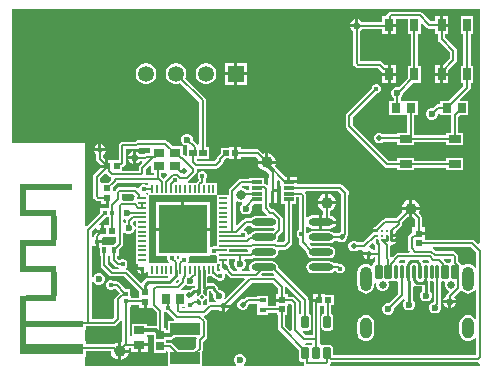
<source format=gtl>
G04*
G04 #@! TF.GenerationSoftware,Altium Limited,Altium Designer,23.9.2 (47)*
G04*
G04 Layer_Physical_Order=1*
G04 Layer_Color=255*
%FSLAX44Y44*%
%MOMM*%
G71*
G04*
G04 #@! TF.SameCoordinates,250A9CB9-7403-4FF4-BB43-A60BEB693519*
G04*
G04*
G04 #@! TF.FilePolarity,Positive*
G04*
G01*
G75*
%ADD11C,0.2000*%
%ADD15C,0.2540*%
%ADD18R,0.6500X0.2200*%
%ADD19R,0.2200X0.6500*%
%ADD21R,0.6500X0.7000*%
%ADD22R,0.9000X0.3000*%
%ADD24R,0.5400X0.6000*%
%ADD25R,0.6000X0.5400*%
G04:AMPARAMS|DCode=26|XSize=0.6mm|YSize=1.05mm|CornerRadius=0.075mm|HoleSize=0mm|Usage=FLASHONLY|Rotation=180.000|XOffset=0mm|YOffset=0mm|HoleType=Round|Shape=RoundedRectangle|*
%AMROUNDEDRECTD26*
21,1,0.6000,0.9000,0,0,180.0*
21,1,0.4500,1.0500,0,0,180.0*
1,1,0.1500,-0.2250,0.4500*
1,1,0.1500,0.2250,0.4500*
1,1,0.1500,0.2250,-0.4500*
1,1,0.1500,-0.2250,-0.4500*
%
%ADD26ROUNDEDRECTD26*%
%ADD27O,2.0500X0.6000*%
%ADD28R,0.9000X0.8000*%
%ADD29R,0.4725X0.5153*%
%ADD30R,0.5153X0.4725*%
%ADD31R,0.5000X0.4000*%
%ADD32R,0.5200X0.5200*%
%ADD33R,2.5000X1.0000*%
%ADD34R,0.6062X0.6281*%
%ADD35R,0.3627X0.4541*%
%ADD36R,0.7500X0.9000*%
%ADD37R,0.9000X0.7500*%
%ADD38R,0.4000X0.5000*%
%ADD39R,0.4541X0.3627*%
%ADD40R,0.6631X0.5955*%
G04:AMPARAMS|DCode=41|XSize=0.6mm|YSize=1.15mm|CornerRadius=0.075mm|HoleSize=0mm|Usage=FLASHONLY|Rotation=0.000|XOffset=0mm|YOffset=0mm|HoleType=Round|Shape=RoundedRectangle|*
%AMROUNDEDRECTD41*
21,1,0.6000,1.0000,0,0,0.0*
21,1,0.4500,1.1500,0,0,0.0*
1,1,0.1500,0.2250,-0.5000*
1,1,0.1500,-0.2250,-0.5000*
1,1,0.1500,-0.2250,0.5000*
1,1,0.1500,0.2250,0.5000*
%
%ADD41ROUNDEDRECTD41*%
G04:AMPARAMS|DCode=42|XSize=0.3mm|YSize=1.15mm|CornerRadius=0.0375mm|HoleSize=0mm|Usage=FLASHONLY|Rotation=0.000|XOffset=0mm|YOffset=0mm|HoleType=Round|Shape=RoundedRectangle|*
%AMROUNDEDRECTD42*
21,1,0.3000,1.0750,0,0,0.0*
21,1,0.2250,1.1500,0,0,0.0*
1,1,0.0750,0.1125,-0.5375*
1,1,0.0750,-0.1125,-0.5375*
1,1,0.0750,-0.1125,0.5375*
1,1,0.0750,0.1125,0.5375*
%
%ADD42ROUNDEDRECTD42*%
%ADD43R,1.0500X0.6500*%
%ADD44C,0.2500*%
%ADD45R,0.6500X1.0500*%
%ADD46R,0.7581X0.8121*%
%ADD63R,1.3500X1.3500*%
%ADD64C,1.3500*%
%ADD73C,0.3500*%
%ADD74C,0.2880*%
%ADD75C,0.2880*%
%ADD76P,0.4950X4X270.0*%
%ADD77R,4.1000X4.1000*%
%ADD78R,0.2500X1.6500*%
%ADD79R,3.9400X0.5000*%
%ADD80R,0.5000X2.7000*%
%ADD81R,2.6400X0.5000*%
%ADD82R,0.5000X2.0000*%
%ADD83R,4.9000X0.5000*%
%ADD84R,0.5000X5.0000*%
%ADD85R,4.9000X0.9000*%
%ADD86C,0.2389*%
%ADD87C,0.3677*%
%ADD88C,0.6000*%
%ADD89C,0.5000*%
%ADD90C,0.4000*%
%ADD91C,1.0000*%
%ADD92O,1.0000X1.8000*%
%ADD93C,0.6500*%
%ADD94O,1.0000X2.1000*%
%ADD95C,0.8000*%
G36*
X119960Y182749D02*
X116324D01*
X116324Y182749D01*
X115153Y182516D01*
X114574Y182129D01*
X111410D01*
X111377Y182208D01*
X109818Y183767D01*
X107950Y184540D01*
Y179070D01*
Y173600D01*
X109818Y174373D01*
X111377Y175932D01*
X111410Y176011D01*
X112594D01*
X113080Y174838D01*
X110867Y172625D01*
X110204Y171633D01*
X109971Y170462D01*
X109971Y170462D01*
Y168072D01*
X96084D01*
Y170763D01*
X96173Y170781D01*
X97165Y171444D01*
X98336Y172615D01*
X98336Y172615D01*
X99000Y173608D01*
X99232Y174778D01*
X99232Y174778D01*
Y186426D01*
X108106D01*
X108106Y186426D01*
X109277Y186659D01*
X110269Y187322D01*
X110389Y187441D01*
X119960D01*
Y182749D01*
D02*
G37*
G36*
X398780Y106315D02*
X397607Y105829D01*
X394673Y108763D01*
X393680Y109426D01*
X392510Y109659D01*
X392510Y109659D01*
X352813D01*
Y113110D01*
X347243D01*
Y115650D01*
X352813D01*
Y120060D01*
X350301D01*
Y127753D01*
X350301Y127753D01*
X350068Y128924D01*
X349405Y129916D01*
X349405Y129916D01*
X347004Y132318D01*
X347386Y132980D01*
X347826Y134620D01*
X341630D01*
Y128424D01*
X342116Y128554D01*
X344184Y126487D01*
Y120060D01*
X341671D01*
Y115482D01*
X340806Y114904D01*
X340806Y114904D01*
X339049Y113146D01*
X338386Y112154D01*
X338153Y110983D01*
X338153Y110983D01*
Y102217D01*
X338153Y102217D01*
X338386Y101046D01*
X339049Y100054D01*
X339536Y99566D01*
X339050Y98393D01*
X329807D01*
X329806Y98393D01*
X328636Y98160D01*
X327644Y97497D01*
X327643Y97497D01*
X325034Y94887D01*
X324323Y94816D01*
X323348Y94998D01*
X323099Y95247D01*
Y104067D01*
X323237Y104934D01*
X324325Y105240D01*
X324794D01*
X326187Y105817D01*
X327253Y106883D01*
X327616Y107760D01*
X324040D01*
Y110300D01*
X327616D01*
X327374Y110885D01*
Y111175D01*
X327616Y111760D01*
X324040D01*
Y114300D01*
X327616D01*
X327374Y114885D01*
Y115175D01*
X327830Y116276D01*
Y116494D01*
X332248Y120913D01*
X332248Y120913D01*
X332911Y121905D01*
X333144Y123075D01*
X333144Y123076D01*
Y124345D01*
X333144Y124346D01*
X333144Y124346D01*
Y124348D01*
X337615Y128820D01*
X339090Y128424D01*
Y134620D01*
X332894D01*
X333289Y133145D01*
X327923Y127778D01*
X327749Y127519D01*
X318770D01*
X318770Y127519D01*
X317600Y127286D01*
X316607Y126623D01*
X310463Y120479D01*
X309893Y120243D01*
X308827Y119177D01*
X308464Y118300D01*
X312040D01*
Y116280D01*
X311394D01*
X310932Y116089D01*
X309880D01*
X309880Y116089D01*
X308709Y115856D01*
X308565Y115760D01*
X308464D01*
X308486Y115707D01*
X307717Y115193D01*
X307717Y115193D01*
X299723Y107199D01*
X295405D01*
X294649Y107955D01*
X292995Y108640D01*
X291205D01*
X289551Y107955D01*
X288285Y106689D01*
X287600Y105035D01*
Y103245D01*
X288285Y101591D01*
X289551Y100325D01*
X291205Y99640D01*
X292995D01*
X294649Y100325D01*
X295405Y101081D01*
X299333D01*
X300182Y99811D01*
X299871Y99060D01*
X304800D01*
Y97790D01*
X306070D01*
Y92861D01*
X307655Y93517D01*
X308869Y94731D01*
X310381D01*
Y90388D01*
X309906Y90294D01*
X308818Y89567D01*
X308091Y88479D01*
X307988Y87959D01*
X306593Y87428D01*
X305770Y88059D01*
X304067Y88765D01*
X302240Y89005D01*
X300413Y88765D01*
X298710Y88059D01*
X297248Y86937D01*
X296126Y85475D01*
X295420Y83772D01*
X295180Y81945D01*
Y70945D01*
X295420Y69117D01*
X296126Y67415D01*
X297248Y65952D01*
X298710Y64830D01*
X300413Y64125D01*
X302240Y63885D01*
X304067Y64125D01*
X305770Y64830D01*
X307233Y65952D01*
X308355Y67415D01*
X309060Y69117D01*
X309301Y70945D01*
Y72350D01*
X310431Y73249D01*
X311290Y72489D01*
Y70401D01*
X312089Y68471D01*
X313566Y66994D01*
X315496Y66195D01*
X317584D01*
X319514Y66994D01*
X320991Y68471D01*
X321790Y70401D01*
Y72489D01*
X321440Y73335D01*
X322145Y74391D01*
X323690D01*
X324763Y74605D01*
X325309Y74970D01*
X325888Y74583D01*
X326815Y74398D01*
X329065D01*
X329881Y73728D01*
Y63697D01*
X321984Y55800D01*
X320315D01*
X318478Y55039D01*
X317071Y53632D01*
X316310Y51795D01*
Y49805D01*
X317071Y47968D01*
X318478Y46561D01*
X320315Y45800D01*
X322305D01*
X324142Y46561D01*
X325549Y47968D01*
X326310Y49805D01*
Y51474D01*
X333996Y59160D01*
X335341Y58709D01*
X335436Y58028D01*
X334851Y57442D01*
X334090Y55605D01*
Y53615D01*
X334851Y51778D01*
X336258Y50371D01*
X338095Y49610D01*
X340085D01*
X341922Y50371D01*
X343329Y51778D01*
X344090Y53615D01*
Y55605D01*
X343329Y57442D01*
X342347Y58424D01*
Y69878D01*
X343617Y70557D01*
X344090Y70241D01*
X345336Y69993D01*
X349803D01*
Y66044D01*
X348821Y65062D01*
X348060Y63225D01*
Y61235D01*
X348821Y59398D01*
X350228Y57991D01*
X352065Y57230D01*
X354055D01*
X355892Y57991D01*
X357299Y59398D01*
X358060Y61235D01*
Y63225D01*
X357299Y65062D01*
X356317Y66044D01*
Y73990D01*
X356815Y74398D01*
X359065D01*
X359881Y73729D01*
Y57070D01*
X359685D01*
X357848Y56309D01*
X356441Y54902D01*
X355680Y53065D01*
Y51075D01*
X356441Y49238D01*
X357848Y47831D01*
X359685Y47070D01*
X361675D01*
X363512Y47831D01*
X364919Y49238D01*
X365680Y51075D01*
Y53065D01*
X365412Y53712D01*
X365766Y54242D01*
X365999Y55413D01*
X365999Y55413D01*
Y73333D01*
X367190Y74391D01*
X368735D01*
X369440Y73335D01*
X369090Y72489D01*
Y70401D01*
X369889Y68471D01*
X371366Y66994D01*
X372243Y66631D01*
X372541Y65133D01*
X371212Y63804D01*
X370549Y62811D01*
X370367Y61898D01*
X370242Y61847D01*
X368683Y60288D01*
X367910Y58420D01*
X378850D01*
X378077Y60288D01*
X377212Y61153D01*
X382032Y65972D01*
X383648Y65952D01*
X385110Y64830D01*
X386813Y64125D01*
X388640Y63885D01*
X390468Y64125D01*
X392170Y64830D01*
X393633Y65952D01*
X394451Y67019D01*
X395721Y66588D01*
Y43002D01*
X394451Y42571D01*
X393633Y43637D01*
X392170Y44759D01*
X390468Y45465D01*
X388640Y45705D01*
X386813Y45465D01*
X385110Y44759D01*
X383648Y43637D01*
X382526Y42175D01*
X381820Y40472D01*
X381580Y38645D01*
Y30645D01*
X381820Y28818D01*
X382526Y27115D01*
X383648Y25653D01*
X385110Y24531D01*
X386813Y23825D01*
X388640Y23585D01*
X390468Y23825D01*
X392170Y24531D01*
X393633Y25653D01*
X394451Y26719D01*
X395721Y26288D01*
Y11709D01*
X274904D01*
Y17920D01*
X274690Y18993D01*
X274083Y19902D01*
X273173Y20510D01*
X272100Y20724D01*
X267600D01*
X266527Y20510D01*
X266407Y20430D01*
X264972Y20292D01*
X263884Y21019D01*
X263409Y21113D01*
Y25400D01*
Y53518D01*
X267121D01*
Y47129D01*
X266527Y47011D01*
X265618Y46403D01*
X265010Y45493D01*
X264796Y44420D01*
Y35420D01*
X265010Y34347D01*
X265618Y33438D01*
X266527Y32830D01*
X267600Y32616D01*
X272100D01*
X273173Y32830D01*
X274083Y33438D01*
X274690Y34347D01*
X274904Y35420D01*
Y44420D01*
X274690Y45493D01*
X274083Y46403D01*
X273239Y46967D01*
Y54058D01*
X275087D01*
Y62782D01*
X268055D01*
Y63322D01*
X264209D01*
Y58420D01*
X262939D01*
Y57150D01*
X257511D01*
X257292Y56046D01*
X257292Y56046D01*
Y28459D01*
X251457D01*
X248548Y31368D01*
X249095Y32616D01*
X253100D01*
X254173Y32830D01*
X255083Y33438D01*
X255691Y34347D01*
X255904Y35420D01*
Y44420D01*
X255691Y45493D01*
X255083Y46403D01*
X254173Y47011D01*
X253909Y47063D01*
Y58540D01*
X253676Y59710D01*
X253013Y60703D01*
X253013Y60703D01*
X228000Y85716D01*
X228128Y86360D01*
X227740Y88311D01*
X226635Y89965D01*
X224981Y91070D01*
X223030Y91458D01*
X208530D01*
X206579Y91070D01*
X204925Y89965D01*
X203820Y88311D01*
X203432Y86360D01*
X203820Y84409D01*
X203967Y84189D01*
X203369Y83069D01*
X197887D01*
X197634Y84339D01*
X198412Y84661D01*
X199819Y86068D01*
X200580Y87905D01*
Y89895D01*
X199819Y91732D01*
X199444Y92107D01*
X199970Y93377D01*
X204824D01*
X204824Y93377D01*
X205994Y93610D01*
X206982Y94270D01*
X208530Y93962D01*
X223030D01*
X224981Y94350D01*
X226635Y95455D01*
X227740Y97109D01*
X228128Y99060D01*
X227979Y99811D01*
X229021Y101081D01*
X233680D01*
X233680Y101081D01*
X234851Y101314D01*
X235843Y101977D01*
X239183Y105317D01*
X239846Y106310D01*
X240079Y107480D01*
Y140130D01*
X243520D01*
Y145571D01*
X245861D01*
Y117889D01*
X245384Y117691D01*
X244259Y116566D01*
X243650Y115096D01*
Y113504D01*
X244259Y112034D01*
X245384Y110909D01*
X245861Y110711D01*
Y107170D01*
X245861Y107170D01*
X246094Y105999D01*
X246757Y105007D01*
X252060Y99704D01*
X251932Y99060D01*
X252320Y97109D01*
X253425Y95455D01*
X255079Y94350D01*
X257030Y93962D01*
X271530D01*
X273481Y94350D01*
X275135Y95455D01*
X276240Y97109D01*
X276628Y99060D01*
X276240Y101011D01*
X275135Y102665D01*
X273481Y103770D01*
X271530Y104158D01*
X257030D01*
X256386Y104030D01*
X254810Y105605D01*
X255108Y106973D01*
X255182Y107030D01*
X257030Y106662D01*
X271530D01*
X273481Y107050D01*
X275135Y108155D01*
X275499Y108701D01*
X278635D01*
X279391Y107945D01*
X281045Y107260D01*
X282835D01*
X284489Y107945D01*
X285755Y109211D01*
X286440Y110865D01*
Y111934D01*
X286643Y112137D01*
X286643Y112137D01*
X287306Y113129D01*
X287539Y114300D01*
Y147549D01*
X287747Y147861D01*
X287980Y149032D01*
X287747Y150202D01*
X287085Y151194D01*
X282486Y155793D01*
X281494Y156456D01*
X280323Y156689D01*
X280323Y156689D01*
X244060D01*
Y157360D01*
X237020D01*
Y158630D01*
X235750D01*
Y162670D01*
X234306D01*
X225159Y171817D01*
X225466Y172350D01*
X225906Y173990D01*
X210974D01*
X211414Y172350D01*
X212407Y170630D01*
X213810Y169226D01*
X215530Y168234D01*
X217447Y167720D01*
X218071D01*
X220461Y165330D01*
Y161920D01*
X219730D01*
Y156520D01*
X218460Y155994D01*
X218161Y156293D01*
X217169Y156956D01*
X216520Y157085D01*
Y162130D01*
X203520D01*
Y161189D01*
X196230D01*
X195060Y160956D01*
X194067Y160293D01*
X194067Y160293D01*
X187067Y153293D01*
X186404Y152301D01*
X186171Y151130D01*
X186171Y151130D01*
Y147536D01*
X176450D01*
Y157936D01*
X167557D01*
X166889Y158750D01*
X166889Y158750D01*
Y161232D01*
X167221Y161564D01*
X167830Y163034D01*
Y164626D01*
X167221Y166096D01*
X166096Y167221D01*
X164626Y167830D01*
X163034D01*
X161564Y167221D01*
X160439Y166096D01*
X159830Y164626D01*
Y163034D01*
X160439Y161564D01*
X160732Y161271D01*
Y159978D01*
X159188Y158433D01*
X158855Y157936D01*
X151620D01*
X151495Y159206D01*
X152039Y159314D01*
X153031Y159977D01*
X158084Y165031D01*
X158748Y166023D01*
X158980Y167194D01*
X158980Y167194D01*
Y169511D01*
X158980Y169511D01*
X159103Y169661D01*
X175358D01*
X175358Y169661D01*
X176529Y169894D01*
X177521Y170557D01*
X181141Y174177D01*
X181804Y175169D01*
X182037Y176340D01*
Y176631D01*
X183924Y178518D01*
X186629D01*
Y177978D01*
X190476D01*
Y182880D01*
Y187782D01*
X186629D01*
Y187242D01*
X179598D01*
Y182843D01*
X176815Y180061D01*
X176152Y179068D01*
X175919Y177898D01*
X175919Y177898D01*
Y177607D01*
X174091Y175779D01*
X160017D01*
X159032Y176764D01*
X159058Y178034D01*
X169400D01*
Y187988D01*
X167144D01*
Y227642D01*
X166911Y228813D01*
X166248Y229805D01*
X166248Y229805D01*
X149526Y246527D01*
X149691Y246813D01*
X150287Y249038D01*
Y251342D01*
X149691Y253567D01*
X148539Y255563D01*
X146910Y257192D01*
X144915Y258344D01*
X142689Y258940D01*
X140386D01*
X138160Y258344D01*
X136165Y257192D01*
X134536Y255563D01*
X133384Y253567D01*
X132787Y251342D01*
Y249038D01*
X133384Y246813D01*
X134536Y244817D01*
X136165Y243188D01*
X138160Y242036D01*
X140386Y241440D01*
X142689D01*
X144915Y242036D01*
X145201Y242201D01*
X161026Y226375D01*
Y190482D01*
X160464Y190148D01*
X159756Y190009D01*
X156130Y193636D01*
Y195305D01*
X155369Y197142D01*
X153962Y198549D01*
X152125Y199310D01*
X150135D01*
X148298Y198549D01*
X146891Y197142D01*
X146130Y195305D01*
Y193315D01*
X146891Y191478D01*
X148298Y190071D01*
X150135Y189310D01*
X150639D01*
X150674Y189258D01*
X150640Y187988D01*
X150640D01*
Y180778D01*
X149466Y180292D01*
X148906Y180853D01*
X147914Y181516D01*
X147500Y181598D01*
Y188690D01*
X138826D01*
X134853Y192663D01*
X133861Y193326D01*
X132690Y193559D01*
X132690Y193559D01*
X109122D01*
X107951Y193326D01*
X106959Y192663D01*
X106840Y192544D01*
X96173D01*
X95003Y192311D01*
X94011Y191648D01*
X93348Y190655D01*
X93115Y189485D01*
Y177868D01*
X93084Y176665D01*
X92788Y176607D01*
X88424D01*
Y177146D01*
X84453D01*
Y171607D01*
X83183D01*
Y170336D01*
X77888D01*
X72421Y164869D01*
X71758Y163877D01*
X71525Y162707D01*
X71525Y162706D01*
Y146207D01*
X71525Y146207D01*
X71758Y145036D01*
X72421Y144044D01*
X73691Y142774D01*
X73691Y142774D01*
X74683Y142111D01*
X75854Y141878D01*
X75854Y141878D01*
X77731D01*
Y139697D01*
X82001D01*
Y144937D01*
X84541D01*
Y139221D01*
X84728Y138993D01*
X84728Y138993D01*
Y136050D01*
X77430D01*
Y132292D01*
X66040Y120902D01*
X64770Y121428D01*
Y191770D01*
X2540D01*
Y304800D01*
X398780D01*
Y106315D01*
D02*
G37*
G36*
X120500Y171947D02*
Y165690D01*
X123160D01*
Y164072D01*
X116630D01*
X116591Y164099D01*
X115957Y165047D01*
X115884Y165342D01*
X116089Y166370D01*
Y169195D01*
X119327Y172433D01*
X120500Y171947D01*
D02*
G37*
G36*
X133500Y165690D02*
X133961Y165150D01*
X134389Y164115D01*
X131219Y160944D01*
X129277Y162886D01*
Y165690D01*
X133500D01*
D02*
G37*
G36*
X85554Y162850D02*
X85554Y162850D01*
X86348Y162320D01*
X86696Y161188D01*
X86737Y160913D01*
X86164Y160055D01*
X83945Y157837D01*
X78271D01*
X77642Y158846D01*
Y161439D01*
X81471Y165268D01*
X82721Y165684D01*
X85554Y162850D01*
D02*
G37*
G36*
X118250Y157936D02*
Y155459D01*
X116898D01*
X116566Y155791D01*
X115096Y156400D01*
X113504D01*
X112034Y155791D01*
X110909Y154666D01*
X110428Y153504D01*
X109127Y153009D01*
X108843Y153293D01*
X107851Y153956D01*
X106680Y154189D01*
X106680Y154189D01*
X93980D01*
X93980Y154189D01*
X92809Y153956D01*
X91817Y153293D01*
X91817Y153293D01*
X90547Y152023D01*
X89884Y151031D01*
X88610Y151138D01*
X88271Y151332D01*
Y153511D01*
X91063Y156302D01*
X91063Y156302D01*
X91636Y157160D01*
X92430Y157954D01*
X116987D01*
X118250Y157936D01*
D02*
G37*
G36*
X203520Y151189D02*
X201466D01*
X200249Y152407D01*
X198211Y153251D01*
X197833Y153973D01*
X197634Y154590D01*
X198000Y155071D01*
X203520D01*
Y151189D01*
D02*
G37*
G36*
X118250Y148980D02*
Y147536D01*
X117118D01*
X116593Y148806D01*
X116980Y149192D01*
X118250Y148980D01*
D02*
G37*
G36*
X106948Y146536D02*
X106394Y145707D01*
X106385Y145662D01*
X106348Y145607D01*
X106115Y144436D01*
X106213Y143944D01*
X105332Y142674D01*
X96816D01*
X95769Y143917D01*
Y148071D01*
X105413D01*
X106948Y146536D01*
D02*
G37*
G36*
X99261Y126580D02*
X99157Y125884D01*
X99056Y125380D01*
X99057Y125380D01*
Y124242D01*
X98394Y123783D01*
X97124Y124396D01*
Y126621D01*
X98389Y127467D01*
X99261Y126580D01*
D02*
G37*
G36*
X195657Y141320D02*
X197385D01*
X197715Y140430D01*
X197749Y140050D01*
X196421Y138722D01*
X195660Y136885D01*
Y134895D01*
X196421Y133058D01*
X197828Y131651D01*
X199665Y130890D01*
X201655D01*
X203492Y131651D01*
X204899Y133058D01*
X205660Y134895D01*
Y136885D01*
X205350Y137634D01*
X207846Y140130D01*
X214461D01*
Y136240D01*
X214461Y136240D01*
X214694Y135069D01*
X215357Y134077D01*
X218606Y130828D01*
X218080Y129558D01*
X208530D01*
X206579Y129170D01*
X204925Y128065D01*
X204561Y127519D01*
X200660D01*
X199489Y127286D01*
X198497Y126623D01*
X193462Y121588D01*
X192289Y122074D01*
Y141737D01*
X193559Y142189D01*
X195657Y141320D01*
D02*
G37*
G36*
X148620Y119706D02*
X150505D01*
X150350Y119331D01*
Y117541D01*
X150505Y117166D01*
X144196D01*
X144351Y117541D01*
Y119331D01*
X144196Y119706D01*
X146080D01*
Y121591D01*
X146455Y121436D01*
X148245D01*
X148620Y121591D01*
Y119706D01*
D02*
G37*
G36*
X107850Y120423D02*
X106600Y120375D01*
X105839Y122212D01*
X105174Y122877D01*
Y124113D01*
X106338Y125277D01*
X107850D01*
Y120423D01*
D02*
G37*
G36*
X281421Y148206D02*
Y116260D01*
X281045D01*
X279391Y115575D01*
X278635Y114819D01*
X275499D01*
X275135Y115365D01*
X273481Y116470D01*
X271530Y116858D01*
X257030D01*
X255079Y116470D01*
X253425Y115365D01*
X253249Y115101D01*
X251979Y115486D01*
Y119936D01*
X253249Y120323D01*
X254868Y119241D01*
X257030Y118812D01*
X263010D01*
Y124460D01*
Y130108D01*
X257030D01*
X254868Y129679D01*
X253249Y128596D01*
X251979Y128984D01*
Y147320D01*
X251746Y148490D01*
X251204Y149301D01*
X251566Y150571D01*
X279056D01*
X281421Y148206D01*
D02*
G37*
G36*
X84571Y121811D02*
X80744D01*
Y116671D01*
X79474D01*
Y115401D01*
X73878D01*
X72882Y114405D01*
X72219Y113413D01*
X71999Y112305D01*
X71974Y112234D01*
X71639Y112028D01*
X70369Y112739D01*
Y116579D01*
X73160Y119370D01*
X74334Y118884D01*
Y117941D01*
X78204D01*
Y121811D01*
X77260D01*
X76774Y122984D01*
X82213Y128423D01*
X84571D01*
Y121811D01*
D02*
G37*
G36*
X204925Y120855D02*
X206579Y119750D01*
X208530Y119362D01*
X223030D01*
X224701Y119694D01*
X224835Y119624D01*
X225214Y118270D01*
X223674Y116730D01*
X223030Y116858D01*
X208530D01*
X206579Y116470D01*
X204925Y115365D01*
X204070Y114084D01*
X203491Y113969D01*
X203390Y113902D01*
X202947Y114017D01*
X202007Y114505D01*
X201511Y115702D01*
X200386Y116827D01*
X199511Y117189D01*
X199135Y118610D01*
X201927Y121401D01*
X204561D01*
X204925Y120855D01*
D02*
G37*
G36*
X107850Y118337D02*
Y113336D01*
Y101336D01*
Y89336D01*
X109060D01*
X109586Y88066D01*
X109181Y87662D01*
X108642Y86360D01*
X113030D01*
Y85090D01*
X114300D01*
Y80702D01*
X115602Y81241D01*
X116879Y82518D01*
X116980Y82763D01*
X118250Y82510D01*
Y78936D01*
X134483D01*
X135000Y77752D01*
X134387Y76994D01*
X118110D01*
X116834Y76740D01*
X115752Y76017D01*
X113212Y73478D01*
X113197Y73454D01*
X111562Y73293D01*
X101256Y83599D01*
X100263Y84262D01*
X99309Y84452D01*
X99166Y84702D01*
X99032Y85085D01*
X98962Y85765D01*
X99831Y86634D01*
X100440Y88104D01*
Y89696D01*
X99831Y91166D01*
X98706Y92291D01*
X97236Y92900D01*
X95644D01*
X94296Y92341D01*
X93674D01*
X91992Y94024D01*
Y95895D01*
X92934D01*
Y100569D01*
X96228Y103864D01*
X96891Y104856D01*
X97124Y106026D01*
X97124Y106027D01*
Y114989D01*
X98394Y115515D01*
X98768Y115141D01*
X100605Y114380D01*
X102595D01*
X104432Y115141D01*
X105839Y116548D01*
X106600Y118385D01*
X107850Y118337D01*
D02*
G37*
G36*
X229980Y158344D02*
Y154590D01*
X230520D01*
Y150130D01*
Y140130D01*
X233961D01*
Y108747D01*
X232413Y107199D01*
X227702D01*
X227678Y107223D01*
X227515Y107332D01*
X227188Y108982D01*
X227740Y109809D01*
X228128Y111760D01*
X228000Y112404D01*
X231193Y115597D01*
X231193Y115597D01*
X231856Y116589D01*
X232089Y117760D01*
X232089Y117760D01*
Y126945D01*
X231856Y128116D01*
X231193Y129108D01*
X231193Y129108D01*
X230763Y129538D01*
X230763Y129538D01*
X230763Y129538D01*
X225790Y134512D01*
X224797Y135175D01*
X223627Y135408D01*
X223626Y135408D01*
X222678D01*
X220579Y137507D01*
Y140340D01*
X222250D01*
Y151130D01*
X223520D01*
Y152400D01*
X227310D01*
Y159355D01*
X228483Y159841D01*
X229980Y158344D01*
D02*
G37*
G36*
X91006Y107294D02*
X88608Y104895D01*
X79953D01*
X79105Y106165D01*
X79318Y106680D01*
X76200D01*
Y103213D01*
X76934Y102723D01*
Y95895D01*
X77875D01*
Y87787D01*
X77875Y87787D01*
X78108Y86616D01*
X78771Y85624D01*
X85121Y79274D01*
X85121Y79274D01*
X86113Y78611D01*
X87283Y78378D01*
X97826D01*
X110539Y65665D01*
Y62751D01*
X109999D01*
Y60473D01*
X103608D01*
Y62225D01*
X103068D01*
Y67771D01*
X99309D01*
X93797Y73283D01*
X92805Y73946D01*
X91634Y74179D01*
X91634Y74179D01*
X88958D01*
X88626Y74511D01*
X87156Y75120D01*
X85564D01*
X84094Y74511D01*
X82969Y73386D01*
X82360Y71916D01*
Y70324D01*
X82969Y68854D01*
X84094Y67729D01*
X85564Y67120D01*
X87156D01*
X88626Y67729D01*
X88958Y68061D01*
X90367D01*
X93808Y64620D01*
X90435Y61248D01*
X89772Y60256D01*
X89539Y59085D01*
X89539Y59085D01*
Y44027D01*
X87731Y42219D01*
X70369D01*
Y73893D01*
X71639Y74146D01*
X71961Y73368D01*
X73368Y71961D01*
X75205Y71200D01*
X77195D01*
X79032Y71961D01*
X80439Y73368D01*
X81200Y75205D01*
Y77195D01*
X80439Y79032D01*
X79032Y80439D01*
X77195Y81200D01*
X75205D01*
X73368Y80439D01*
X71961Y79032D01*
X71639Y78254D01*
X70369Y78506D01*
Y104295D01*
X71639Y104821D01*
X72358Y104101D01*
X73660Y103562D01*
Y107950D01*
X74930D01*
Y109220D01*
X79318D01*
X78887Y110261D01*
X79264Y111144D01*
X79566Y111531D01*
X84614D01*
Y112071D01*
X91006D01*
Y107294D01*
D02*
G37*
G36*
X176350Y141336D02*
Y129336D01*
Y117336D01*
Y105056D01*
X175080Y104208D01*
X174786Y104330D01*
X173194D01*
X171724Y103721D01*
X171660Y103657D01*
X170390Y104183D01*
Y117166D01*
X159195D01*
X159351Y117541D01*
Y119331D01*
X159195Y119706D01*
X170390D01*
Y141476D01*
X148620D01*
Y130281D01*
X148245Y130437D01*
X146455D01*
X146080Y130281D01*
Y141476D01*
X124310D01*
Y119706D01*
X135505D01*
X135350Y119331D01*
Y117541D01*
X135505Y117166D01*
X124310D01*
Y95396D01*
X133820D01*
X134264Y94732D01*
Y93140D01*
X134873Y91670D01*
X135837Y90706D01*
X135700Y89945D01*
X135447Y89436D01*
X118350D01*
Y101336D01*
Y113336D01*
Y125336D01*
Y137336D01*
Y147436D01*
X176350D01*
Y141336D01*
D02*
G37*
G36*
X308915Y105943D02*
X308960Y105715D01*
X309683Y104634D01*
X310381Y104167D01*
Y100849D01*
X308869D01*
X307655Y102063D01*
X305802Y102830D01*
X305665D01*
X305179Y104003D01*
X307537Y106361D01*
X308915Y105943D01*
D02*
G37*
G36*
X202847Y100187D02*
X202508Y99495D01*
X186850D01*
Y101377D01*
X202050D01*
X202847Y100187D01*
D02*
G37*
G36*
X144497Y94508D02*
X144147Y93372D01*
X143375Y93139D01*
X142935Y93177D01*
X142263Y93848D01*
Y94732D01*
X142708Y95396D01*
X143842D01*
X144497Y94508D01*
D02*
G37*
G36*
X355591Y91718D02*
X355641Y91072D01*
X355396Y90199D01*
X354733Y89859D01*
X354065Y89991D01*
X351815D01*
X350888Y89807D01*
X350728Y89874D01*
X350644Y90295D01*
X350169Y91006D01*
X350667Y92276D01*
X355033D01*
X355591Y91718D01*
D02*
G37*
G36*
X335711Y91006D02*
X335236Y90295D01*
X335152Y89874D01*
X334992Y89807D01*
X334065Y89991D01*
X331815D01*
X330888Y89807D01*
X330551Y90111D01*
X330504Y91706D01*
X331073Y92276D01*
X335213D01*
X335711Y91006D01*
D02*
G37*
G36*
X374381Y90388D02*
X373906Y90294D01*
X372954Y89658D01*
X372763Y89785D01*
X371690Y89999D01*
X370294D01*
X370266Y90138D01*
X369603Y91131D01*
X368446Y92288D01*
X368932Y93461D01*
X374381D01*
Y90388D01*
D02*
G37*
G36*
X171724Y96939D02*
X173194Y96330D01*
X174786D01*
X175080Y96452D01*
X176350Y95604D01*
Y89436D01*
X152633D01*
X152090Y90706D01*
X152590Y91914D01*
Y93506D01*
X152333Y94126D01*
X153182Y95396D01*
X170390D01*
Y96477D01*
X171660Y97003D01*
X171724Y96939D01*
D02*
G37*
G36*
X395721Y99063D02*
Y86302D01*
X394451Y85871D01*
X393633Y86937D01*
X392170Y88059D01*
X390468Y88765D01*
X388640Y89005D01*
X386813Y88765D01*
X385110Y88059D01*
X384786Y87811D01*
X383510Y88164D01*
X383341Y88303D01*
X382753Y89183D01*
X380499Y91437D01*
Y95348D01*
X380499Y95348D01*
X380266Y96519D01*
X379603Y97511D01*
X379603Y97511D01*
X378431Y98683D01*
X377439Y99346D01*
X376268Y99579D01*
X376268Y99579D01*
X362039D01*
X360086Y101531D01*
X359094Y102194D01*
X358706Y102271D01*
X358831Y103541D01*
X391243D01*
X395721Y99063D01*
D02*
G37*
G36*
X85875Y92757D02*
X85875Y92757D01*
X86108Y91586D01*
X86771Y90594D01*
X90244Y87120D01*
X90244Y87120D01*
X91237Y86457D01*
X92407Y86224D01*
X92408Y86224D01*
X92784D01*
X93152Y85765D01*
X92542Y84495D01*
X88551D01*
X83992Y89053D01*
Y95895D01*
X85875D01*
Y92757D01*
D02*
G37*
G36*
X191716Y92107D02*
X191341Y91732D01*
X190580Y89895D01*
Y87905D01*
X191341Y86068D01*
X192748Y84661D01*
X193526Y84339D01*
X193274Y83069D01*
X190497D01*
X187380Y86186D01*
Y87255D01*
X187016Y88135D01*
X186850Y89336D01*
X186850Y89336D01*
X186850Y89336D01*
Y93377D01*
X191190D01*
X191716Y92107D01*
D02*
G37*
G36*
X178542Y88451D02*
X178650Y87907D01*
X178380Y87255D01*
Y85465D01*
X178983Y84010D01*
X178672Y83231D01*
X178418Y82855D01*
X177475Y82670D01*
X176450Y83567D01*
Y89336D01*
X178542D01*
Y88451D01*
D02*
G37*
G36*
X224726Y80339D02*
X224200Y79069D01*
X214474D01*
X213988Y80242D01*
X215008Y81262D01*
X223030D01*
X223674Y81390D01*
X224726Y80339D01*
D02*
G37*
G36*
X187067Y77847D02*
X187067Y77847D01*
X188059Y77184D01*
X189230Y76951D01*
X199236D01*
X199722Y75778D01*
X183514Y59569D01*
X182437Y60289D01*
X182800Y61165D01*
Y63155D01*
X182039Y64992D01*
X180632Y66399D01*
X178795Y67160D01*
X178384D01*
X177377Y68166D01*
Y68450D01*
X177129Y69697D01*
X176423Y70753D01*
X175023Y72153D01*
X173967Y72859D01*
X172720Y73107D01*
X168565D01*
X168212Y73397D01*
Y74890D01*
X168267Y75169D01*
Y77787D01*
X168654Y78366D01*
X168768Y78936D01*
X172125D01*
X174101Y76960D01*
X174101Y76960D01*
X175093Y76297D01*
X176046Y76107D01*
X176804Y75349D01*
X178274Y74740D01*
X179866D01*
X181336Y75349D01*
X182461Y76474D01*
X183070Y77944D01*
Y79536D01*
X182708Y80411D01*
X183784Y81130D01*
X187067Y77847D01*
D02*
G37*
G36*
X143766Y75025D02*
X143856Y74522D01*
X142226Y72892D01*
X141708Y72967D01*
X141260Y74315D01*
X142400Y75455D01*
X143766Y75025D01*
D02*
G37*
G36*
X158038Y70431D02*
Y68938D01*
X156757D01*
X155511Y68690D01*
X154454Y67984D01*
X153630Y67160D01*
X152135D01*
X151080Y66723D01*
X151070Y66730D01*
Y66730D01*
X146512D01*
X145986Y68000D01*
X148902Y70917D01*
X150603Y70926D01*
X150838Y70691D01*
X152675Y69930D01*
X154665D01*
X156502Y70691D01*
X156768Y70957D01*
X158038Y70431D01*
D02*
G37*
G36*
X162456Y67218D02*
X162738Y66937D01*
X162890Y66569D01*
X162890Y66370D01*
X162890Y64060D01*
X161000Y62170D01*
X159690D01*
Y66370D01*
Y66569D01*
X159842Y66937D01*
X160124Y67218D01*
X160491Y67370D01*
X160690D01*
X161890Y67370D01*
X161890Y67370D01*
X162089Y67370D01*
X162456Y67218D01*
D02*
G37*
G36*
X166690Y67370D02*
X166889D01*
X167257Y67218D01*
X167538Y66937D01*
X167690Y66569D01*
Y66370D01*
X167690D01*
Y62170D01*
X166380D01*
X164490Y64060D01*
Y66370D01*
Y66569D01*
X164642Y66937D01*
X164924Y67218D01*
X165291Y67370D01*
X165490D01*
X165490Y67370D01*
X166690Y67370D01*
D02*
G37*
G36*
X171110Y65571D02*
X171817Y64514D01*
X172910Y63420D01*
X172800Y63155D01*
Y61165D01*
X173561Y59328D01*
X174968Y57921D01*
X175577Y57669D01*
X175325Y56399D01*
X170317D01*
X170317Y56399D01*
X169729Y56881D01*
Y59570D01*
X169574Y60350D01*
X169439Y60552D01*
X169757Y60870D01*
X169439Y61188D01*
X169574Y61390D01*
X169729Y62170D01*
Y66004D01*
X170999Y66129D01*
X171110Y65571D01*
D02*
G37*
G36*
X162890Y57680D02*
X162890Y55370D01*
X162890Y55171D01*
X162738Y54804D01*
X162456Y54522D01*
X162089Y54370D01*
X161890Y54370D01*
X160690Y54370D01*
X160491D01*
X160124Y54522D01*
X159842Y54804D01*
X159690Y55171D01*
Y55370D01*
Y55370D01*
Y59570D01*
X161000D01*
X162890Y57680D01*
D02*
G37*
G36*
X167690Y55370D02*
X167690D01*
Y55171D01*
X167538Y54804D01*
X167257Y54522D01*
X166889Y54370D01*
X166690D01*
X165490Y54370D01*
X165291Y54370D01*
X164924Y54522D01*
X164642Y54804D01*
X164490Y55171D01*
X164490Y55370D01*
Y57680D01*
X166380Y59570D01*
X167690D01*
Y55370D01*
D02*
G37*
G36*
X228081Y68583D02*
Y63457D01*
X226238D01*
Y59611D01*
X231140D01*
Y57071D01*
X226238D01*
Y53540D01*
X219388D01*
Y62193D01*
X210388D01*
Y61251D01*
X202316D01*
X202316Y61252D01*
X201145Y61019D01*
X200153Y60356D01*
X198907Y59110D01*
X197225D01*
X195571Y58425D01*
X194305Y57159D01*
X193620Y55505D01*
Y53715D01*
X194305Y52061D01*
X195571Y50795D01*
X197225Y50110D01*
X199015D01*
X200669Y50795D01*
X201935Y52061D01*
X202620Y53715D01*
Y54171D01*
X203582Y55134D01*
X210388D01*
Y46193D01*
X219388D01*
Y47422D01*
X226778D01*
Y46193D01*
X228081D01*
Y35380D01*
X228081Y35380D01*
X228314Y34210D01*
X228977Y33217D01*
X245797Y16398D01*
Y8920D01*
X246010Y7847D01*
X246618Y6937D01*
X247527Y6329D01*
X248600Y6116D01*
X249573D01*
Y5080D01*
X249806Y3909D01*
X249872Y3810D01*
X249193Y2540D01*
X199367D01*
X198841Y3810D01*
X199819Y4788D01*
X200580Y6625D01*
Y8615D01*
X199819Y10452D01*
X198412Y11859D01*
X196575Y12620D01*
X194585D01*
X192748Y11859D01*
X191341Y10452D01*
X190580Y8615D01*
Y6625D01*
X191341Y4788D01*
X192319Y3810D01*
X191793Y2540D01*
X164023D01*
Y15147D01*
X164606Y16020D01*
X164839Y17190D01*
X164839Y17190D01*
Y23066D01*
X167186Y25413D01*
X167186Y25413D01*
X167849Y26405D01*
X168082Y27576D01*
X168081Y27576D01*
Y40332D01*
X168082Y40332D01*
X167849Y41503D01*
X167186Y42495D01*
X167186Y42495D01*
X165685Y43996D01*
X166103Y45374D01*
X166407Y45434D01*
X167400Y46097D01*
X171584Y50281D01*
X177541D01*
X178755Y49067D01*
X180340Y48411D01*
Y53340D01*
X181610D01*
Y54610D01*
X187206D01*
X205547Y72951D01*
X223713D01*
X228081Y68583D01*
D02*
G37*
G36*
X116840Y51390D02*
X121141D01*
Y51390D01*
X121808Y51666D01*
X125211Y48263D01*
Y36979D01*
X124730Y36583D01*
X116990D01*
Y38420D01*
X103990D01*
Y28028D01*
X103583Y27752D01*
X102313Y28425D01*
Y52604D01*
X103608D01*
Y54355D01*
X109999D01*
Y51390D01*
X114300D01*
Y57070D01*
X116840D01*
Y51390D01*
D02*
G37*
G36*
X148867Y52589D02*
X148186Y51319D01*
X146569D01*
Y52650D01*
X148826D01*
X148867Y52589D01*
D02*
G37*
G36*
X247792Y57273D02*
Y47366D01*
X246700Y46673D01*
X245629Y47200D01*
Y55880D01*
X245629Y55880D01*
X245396Y57050D01*
X244733Y58043D01*
X242272Y60504D01*
X241280Y61167D01*
X240109Y61399D01*
X240109Y61399D01*
X236042D01*
Y63457D01*
X234199D01*
Y69069D01*
X235469Y69596D01*
X247792Y57273D01*
D02*
G37*
G36*
X96195Y40458D02*
Y23767D01*
X95250Y23004D01*
Y16510D01*
X101446D01*
X101421Y16604D01*
X102194Y17611D01*
X103450D01*
Y14380D01*
X109220D01*
Y20670D01*
X110490D01*
Y21940D01*
X117530D01*
Y26960D01*
X116990D01*
Y28756D01*
X123020D01*
Y23380D01*
Y13880D01*
X133520D01*
Y15131D01*
X133753Y15315D01*
X135023Y14700D01*
Y2540D01*
X65978D01*
X64804Y2560D01*
X64770Y3742D01*
Y9850D01*
X65740D01*
Y15101D01*
X86440D01*
Y14247D01*
X86954Y12330D01*
X87947Y10610D01*
X89350Y9207D01*
X91070Y8214D01*
X92710Y7774D01*
Y15240D01*
Y22706D01*
X91070Y22266D01*
X89350Y21274D01*
X89229Y21152D01*
X88895Y21219D01*
X88895Y21219D01*
X65740D01*
Y23930D01*
X64770D01*
Y33390D01*
X65200D01*
Y36101D01*
X88998D01*
X88998Y36101D01*
X90169Y36334D01*
X91161Y36997D01*
X94761Y40597D01*
X94925Y40843D01*
X96195Y40458D01*
D02*
G37*
G36*
X133824Y48070D02*
X134294D01*
X140004Y42360D01*
X139702Y41326D01*
X139529Y41090D01*
X135023D01*
Y32793D01*
X133520D01*
Y34380D01*
X131329D01*
Y47908D01*
X131740Y48218D01*
X132599Y48578D01*
X133824Y48070D01*
D02*
G37*
G36*
X239511Y54613D02*
Y33131D01*
X239255Y32916D01*
X238313Y32533D01*
X234199Y36647D01*
Y46193D01*
X235502D01*
Y53224D01*
X236042D01*
Y55282D01*
X238842D01*
X239511Y54613D01*
D02*
G37*
G36*
X257080Y21071D02*
X256817Y21019D01*
X255729Y20292D01*
X254293Y20430D01*
X254173Y20510D01*
X253100Y20724D01*
X250903D01*
X250658Y21071D01*
X251317Y22341D01*
X256954D01*
X257080Y21071D01*
D02*
G37*
G36*
X159165Y25820D02*
X158954Y25504D01*
X158721Y24333D01*
X158721Y24333D01*
Y18457D01*
X156513Y16249D01*
X144047D01*
X138753Y21543D01*
X137761Y22206D01*
X136590Y22439D01*
X136590Y22439D01*
X133520D01*
Y24966D01*
X137035D01*
X138533Y25264D01*
X139802Y26112D01*
X140780Y27090D01*
X158487D01*
X159165Y25820D01*
D02*
G37*
G36*
X273120Y5591D02*
X273120Y5591D01*
X397608D01*
X397608Y5591D01*
X398780Y4529D01*
Y2540D01*
X272260D01*
X271734Y3810D01*
X272013Y4089D01*
X272013Y4089D01*
X272676Y5081D01*
X272791Y5657D01*
X273120Y5591D01*
D02*
G37*
%LPC*%
G36*
X105410Y184540D02*
X103542Y183767D01*
X101983Y182208D01*
X101210Y180340D01*
X105410D01*
Y184540D01*
D02*
G37*
G36*
Y177800D02*
X101210D01*
X101983Y175932D01*
X103542Y174373D01*
X105410Y173600D01*
Y177800D01*
D02*
G37*
G36*
X372230Y299050D02*
X367710D01*
Y292530D01*
X372230D01*
Y299050D01*
D02*
G37*
G36*
X293370Y296300D02*
X291502Y295527D01*
X289943Y293968D01*
X289170Y292100D01*
X293370D01*
Y296300D01*
D02*
G37*
G36*
X327780Y289990D02*
X323260D01*
Y283470D01*
X327780D01*
Y289990D01*
D02*
G37*
G36*
X201627Y259480D02*
X193607D01*
Y251460D01*
X201627D01*
Y259480D01*
D02*
G37*
G36*
X191067D02*
X183047D01*
Y251460D01*
X191067D01*
Y259480D01*
D02*
G37*
G36*
X327780Y257550D02*
X323260D01*
Y251030D01*
X327780D01*
Y257550D01*
D02*
G37*
G36*
X365170D02*
X360650D01*
Y251030D01*
X365170D01*
Y257550D01*
D02*
G37*
G36*
X372230Y248490D02*
X367710D01*
Y241970D01*
X372230D01*
Y248490D01*
D02*
G37*
G36*
X365170D02*
X360650D01*
Y241970D01*
X365170D01*
Y248490D01*
D02*
G37*
G36*
X327780D02*
X323260D01*
Y241970D01*
X327780D01*
Y248490D01*
D02*
G37*
G36*
X320720D02*
X316200D01*
Y241970D01*
X320720D01*
Y248490D01*
D02*
G37*
G36*
X168089Y258940D02*
X165786D01*
X163560Y258344D01*
X161565Y257192D01*
X159936Y255563D01*
X158784Y253567D01*
X158187Y251342D01*
Y249038D01*
X158784Y246813D01*
X159936Y244817D01*
X161565Y243188D01*
X163560Y242036D01*
X165786Y241440D01*
X168089D01*
X170315Y242036D01*
X172310Y243188D01*
X173939Y244817D01*
X175091Y246813D01*
X175687Y249038D01*
Y251342D01*
X175091Y253567D01*
X173939Y255563D01*
X172310Y257192D01*
X170315Y258344D01*
X168089Y258940D01*
D02*
G37*
G36*
X117289D02*
X114986D01*
X112760Y258344D01*
X110765Y257192D01*
X109136Y255563D01*
X107984Y253567D01*
X107387Y251342D01*
Y249038D01*
X107984Y246813D01*
X109136Y244817D01*
X110765Y243188D01*
X112760Y242036D01*
X114986Y241440D01*
X117289D01*
X119515Y242036D01*
X121510Y243188D01*
X123139Y244817D01*
X124291Y246813D01*
X124887Y249038D01*
Y251342D01*
X124291Y253567D01*
X123139Y255563D01*
X121510Y257192D01*
X119515Y258344D01*
X117289Y258940D01*
D02*
G37*
G36*
X201627Y248920D02*
X193607D01*
Y240900D01*
X201627D01*
Y248920D01*
D02*
G37*
G36*
X191067D02*
X183047D01*
Y240900D01*
X191067D01*
Y248920D01*
D02*
G37*
G36*
X347982Y302569D02*
X347982Y302568D01*
X323640D01*
X322469Y302336D01*
X321477Y301673D01*
X321477Y301673D01*
X320417Y300613D01*
X319754Y299620D01*
X319641Y299050D01*
X316200D01*
Y293889D01*
X299370D01*
X299337Y293968D01*
X297778Y295527D01*
X295910Y296300D01*
Y290830D01*
X294640D01*
Y289560D01*
X289170D01*
X289943Y287692D01*
X291502Y286133D01*
X291581Y286101D01*
Y258982D01*
X291581Y258982D01*
X291814Y257811D01*
X292477Y256819D01*
X293649Y255647D01*
X293649Y255647D01*
X294641Y254984D01*
X295812Y254751D01*
X295812Y254751D01*
X312673D01*
X315577Y251847D01*
X316200Y251431D01*
Y251030D01*
X320720D01*
Y257550D01*
X318526D01*
X316103Y259973D01*
X315111Y260636D01*
X313940Y260869D01*
X313940Y260869D01*
X297699D01*
Y286101D01*
X297778Y286133D01*
X299337Y287692D01*
X299370Y287771D01*
X316200D01*
Y283470D01*
X320720D01*
Y291260D01*
X321990D01*
Y292530D01*
X327780D01*
Y296451D01*
X338240D01*
Y284010D01*
X340431D01*
Y257010D01*
X338240D01*
Y246836D01*
X330037Y238633D01*
X329925Y238680D01*
X327935D01*
X326098Y237919D01*
X324691Y236512D01*
X323930Y234675D01*
Y232685D01*
X324691Y230848D01*
X325871Y229668D01*
Y227041D01*
X322029D01*
Y214919D01*
X333299D01*
X333611Y214919D01*
X334569D01*
X334881Y214919D01*
X337301D01*
Y200150D01*
X328870D01*
Y198639D01*
X316995D01*
X316239Y199395D01*
X314585Y200080D01*
X312795D01*
X311141Y199395D01*
X309875Y198129D01*
X309190Y196475D01*
Y194685D01*
X309875Y193031D01*
X311141Y191765D01*
X312795Y191080D01*
X314585D01*
X316239Y191765D01*
X316995Y192521D01*
X328870D01*
Y189650D01*
X343370D01*
Y191842D01*
X370370D01*
Y189650D01*
X384870D01*
Y200150D01*
X380679D01*
Y213604D01*
X381995Y214919D01*
X389250D01*
Y227041D01*
X382696D01*
X382210Y228214D01*
X390103Y236107D01*
X390766Y237099D01*
X390999Y238270D01*
X390999Y238270D01*
Y242510D01*
X393190D01*
Y257010D01*
X390999D01*
Y284010D01*
X393190D01*
Y298510D01*
X382690D01*
Y284010D01*
X384881D01*
Y257010D01*
X382690D01*
Y242510D01*
X384881D01*
Y239536D01*
X372385Y227041D01*
X365130D01*
Y224039D01*
X363220D01*
X363220Y224039D01*
X362049Y223806D01*
X361057Y223143D01*
X361057Y223143D01*
X358814Y220900D01*
X357145D01*
X355308Y220139D01*
X353901Y218732D01*
X353140Y216895D01*
Y214905D01*
X353901Y213068D01*
X355308Y211661D01*
X357145Y210900D01*
X359135D01*
X360972Y211661D01*
X362379Y213068D01*
X363140Y214905D01*
Y216354D01*
X363957Y217003D01*
X365130Y216489D01*
Y214919D01*
X374521D01*
X374562Y214871D01*
X374562Y214870D01*
Y200150D01*
X370370D01*
Y197959D01*
X343419D01*
Y214919D01*
X346151D01*
Y227041D01*
X334881D01*
X334569Y227041D01*
X333611D01*
X333299Y227041D01*
X331989D01*
Y229668D01*
X333169Y230848D01*
X333930Y232685D01*
Y233875D01*
X342566Y242510D01*
X348740D01*
Y257010D01*
X346549D01*
Y284010D01*
X348740D01*
Y292767D01*
X349913Y293253D01*
X354070Y289097D01*
X354070Y289097D01*
X355062Y288434D01*
X356232Y288201D01*
X356232Y288201D01*
X360650D01*
Y283470D01*
X363381D01*
Y279245D01*
X363381Y279245D01*
X363614Y278074D01*
X364277Y277082D01*
X373241Y268118D01*
Y262887D01*
X367904Y257550D01*
X367710D01*
Y251030D01*
X372230D01*
Y253225D01*
X378463Y259457D01*
X378463Y259457D01*
X379126Y260449D01*
X379359Y261620D01*
Y269385D01*
X379126Y270555D01*
X378463Y271548D01*
X378463Y271548D01*
X369499Y280512D01*
Y283470D01*
X372230D01*
Y289990D01*
X366440D01*
Y291260D01*
X365170D01*
Y299050D01*
X360650D01*
Y294319D01*
X357499D01*
X350145Y301673D01*
X349153Y302336D01*
X347982Y302569D01*
D02*
G37*
G36*
X78394Y190506D02*
Y186847D01*
X82053D01*
X81396Y188431D01*
X79978Y189849D01*
X78394Y190506D01*
D02*
G37*
G36*
X75854D02*
X74269Y189849D01*
X72851Y188431D01*
X72194Y186847D01*
X75854D01*
Y190506D01*
D02*
G37*
G36*
X219710Y182726D02*
Y176530D01*
X225906D01*
X225466Y178170D01*
X224473Y179890D01*
X223070Y181294D01*
X221350Y182286D01*
X219710Y182726D01*
D02*
G37*
G36*
X196863Y187782D02*
X193016D01*
Y182880D01*
Y177978D01*
X196863D01*
Y179821D01*
X209553D01*
X211369Y178005D01*
X210974Y176530D01*
X217170D01*
Y182726D01*
X215695Y182330D01*
X212983Y185043D01*
X211991Y185706D01*
X210820Y185939D01*
X210820Y185939D01*
X196863D01*
Y187782D01*
D02*
G37*
G36*
X82053Y184307D02*
X72194D01*
X72851Y182722D01*
X74065Y181508D01*
Y177966D01*
X74065Y177966D01*
X74298Y176796D01*
X74961Y175804D01*
X77888Y172876D01*
X81913D01*
Y177502D01*
X80182Y179233D01*
Y181508D01*
X81396Y182722D01*
X82053Y184307D01*
D02*
G37*
G36*
X311946Y241490D02*
X310354D01*
X308884Y240881D01*
X307759Y239756D01*
X307150Y238286D01*
Y237816D01*
X286127Y216793D01*
X285464Y215800D01*
X285231Y214630D01*
X285231Y214630D01*
Y205740D01*
X285231Y205740D01*
X285464Y204569D01*
X286127Y203577D01*
X318467Y171237D01*
X319459Y170574D01*
X320630Y170341D01*
X320630Y170341D01*
X328870D01*
Y168150D01*
X343370D01*
Y170341D01*
X370370D01*
Y168150D01*
X384870D01*
Y178650D01*
X370370D01*
Y176459D01*
X343370D01*
Y178650D01*
X328870D01*
Y176459D01*
X321897D01*
X291349Y207007D01*
Y213363D01*
X311476Y233490D01*
X311946D01*
X313416Y234099D01*
X314541Y235224D01*
X315150Y236694D01*
Y238286D01*
X314541Y239756D01*
X313416Y240881D01*
X311946Y241490D01*
D02*
G37*
G36*
X244060Y162670D02*
X238290D01*
Y159900D01*
X244060D01*
Y162670D01*
D02*
G37*
G36*
X341630Y143356D02*
Y137160D01*
X347826D01*
X347386Y138800D01*
X346394Y140520D01*
X344990Y141924D01*
X343270Y142916D01*
X341630Y143356D01*
D02*
G37*
G36*
X339090D02*
X337450Y142916D01*
X335730Y141924D01*
X334327Y140520D01*
X333334Y138800D01*
X332894Y137160D01*
X339090D01*
Y143356D01*
D02*
G37*
G36*
X303530Y96520D02*
X299871D01*
X300527Y94935D01*
X301945Y93517D01*
X303530Y92861D01*
Y96520D01*
D02*
G37*
G36*
X271530Y91458D02*
X257030D01*
X255079Y91070D01*
X253425Y89965D01*
X252320Y88311D01*
X251932Y86360D01*
X252320Y84409D01*
X253425Y82755D01*
X255079Y81650D01*
X257030Y81262D01*
X271530D01*
X273481Y81650D01*
X275135Y82755D01*
X275499Y83301D01*
X277081D01*
X277279Y82824D01*
X278404Y81699D01*
X279874Y81090D01*
X281466D01*
X282936Y81699D01*
X284061Y82824D01*
X284670Y84294D01*
Y85886D01*
X284061Y87356D01*
X282936Y88481D01*
X281466Y89090D01*
X280173D01*
X280029Y89186D01*
X278859Y89419D01*
X278859Y89419D01*
X275499D01*
X275135Y89965D01*
X273481Y91070D01*
X271530Y91458D01*
D02*
G37*
G36*
X261669Y63322D02*
X257822D01*
Y59690D01*
X261669D01*
Y63322D01*
D02*
G37*
G36*
X378850Y55880D02*
X374650D01*
Y51680D01*
X376518Y52453D01*
X378077Y54012D01*
X378850Y55880D01*
D02*
G37*
G36*
X372110D02*
X367910D01*
X368683Y54012D01*
X370242Y52453D01*
X372110Y51680D01*
Y55880D01*
D02*
G37*
G36*
X302240Y45705D02*
X300413Y45465D01*
X298710Y44759D01*
X297248Y43637D01*
X296126Y42175D01*
X295420Y40472D01*
X295180Y38645D01*
Y30645D01*
X295420Y28818D01*
X296126Y27115D01*
X297248Y25653D01*
X298710Y24531D01*
X300413Y23825D01*
X302240Y23585D01*
X304067Y23825D01*
X305770Y24531D01*
X307233Y25653D01*
X308355Y27115D01*
X309060Y28818D01*
X309301Y30645D01*
Y38645D01*
X309060Y40472D01*
X308355Y42175D01*
X307233Y43637D01*
X305770Y44759D01*
X304067Y45465D01*
X302240Y45705D01*
D02*
G37*
G36*
X270510Y148436D02*
Y142240D01*
X276706D01*
X276266Y143880D01*
X275273Y145600D01*
X273870Y147003D01*
X272150Y147996D01*
X270510Y148436D01*
D02*
G37*
G36*
X267970D02*
X266330Y147996D01*
X264610Y147003D01*
X263207Y145600D01*
X262214Y143880D01*
X261774Y142240D01*
X267970D01*
Y148436D01*
D02*
G37*
G36*
X276706Y139700D02*
X261774D01*
X262214Y138060D01*
X263207Y136340D01*
X264610Y134937D01*
X266181Y134030D01*
Y130108D01*
X265550D01*
Y125730D01*
X276926D01*
X276748Y126622D01*
X275524Y128454D01*
X273692Y129679D01*
X272299Y129956D01*
Y134030D01*
X273870Y134937D01*
X275273Y136340D01*
X276266Y138060D01*
X276706Y139700D01*
D02*
G37*
G36*
X276926Y123190D02*
X265550D01*
Y118812D01*
X271530D01*
X273692Y119241D01*
X275524Y120466D01*
X276748Y122298D01*
X276926Y123190D01*
D02*
G37*
G36*
X111760Y83820D02*
X108642D01*
X109181Y82518D01*
X110458Y81241D01*
X111760Y80702D01*
Y83820D01*
D02*
G37*
G36*
X227310Y149860D02*
X224790D01*
Y140340D01*
X227310D01*
Y149860D01*
D02*
G37*
G36*
X186539Y52070D02*
X182880D01*
Y48411D01*
X184465Y49067D01*
X185883Y50485D01*
X186539Y52070D01*
D02*
G37*
G36*
X117530Y19400D02*
X111760D01*
Y14380D01*
X117530D01*
Y19400D01*
D02*
G37*
G36*
X101446Y13970D02*
X95250D01*
Y7774D01*
X96890Y8214D01*
X98610Y9207D01*
X100014Y10610D01*
X101006Y12330D01*
X101446Y13970D01*
D02*
G37*
%LPD*%
D11*
X294640Y258982D02*
Y290830D01*
Y258982D02*
X295812Y257810D01*
X313940D01*
X319740Y254010D02*
X321990Y251760D01*
X317740Y254010D02*
X319740D01*
X313940Y257810D02*
X317740Y254010D01*
X321990Y249760D02*
Y251760D01*
X196850Y147320D02*
X197660Y148130D01*
X209520D02*
X210020Y148630D01*
X197660Y148130D02*
X209520D01*
X195580Y96436D02*
X204824D01*
X181600D02*
X195580D01*
Y88900D02*
Y96436D01*
X181600Y116436D02*
X189230D01*
X192636D01*
X189230Y151130D02*
X196230Y158130D01*
X189230Y116436D02*
Y151130D01*
X196230Y158130D02*
X209520D01*
X157351Y79594D02*
Y84186D01*
X153670Y75914D02*
X157156Y79399D01*
X153670Y74930D02*
Y75914D01*
X157156Y79399D02*
Y79594D01*
X147468Y76645D02*
X149350Y78528D01*
X147468Y73808D02*
Y76645D01*
X149350Y78528D02*
Y84186D01*
X143050Y69390D02*
X147468Y73808D01*
X137350Y156400D02*
X140970Y160020D01*
X137350Y152686D02*
Y156400D01*
X126219Y161619D02*
X129350Y158488D01*
X91163Y161013D02*
X126825D01*
X129350Y152686D02*
Y158488D01*
X126219Y161619D02*
Y170909D01*
X127000Y171690D01*
X150868Y162140D02*
X155922Y167194D01*
X146743Y178690D02*
X155922Y169511D01*
Y167194D02*
Y169511D01*
X133350Y158750D02*
X139290Y164690D01*
X145393Y162140D02*
X150868D01*
X142844Y164690D02*
X145393Y162140D01*
X139290Y164690D02*
X142844D01*
X201425Y136655D02*
Y138035D01*
X200660Y135890D02*
X201425Y136655D01*
X207020Y143630D02*
X210020D01*
X201425Y138035D02*
X207020Y143630D01*
X192636Y116436D02*
X200660Y124460D01*
X313690Y195580D02*
X335440D01*
X336120Y194900D01*
X141537Y250190D02*
X164085Y227642D01*
Y183011D02*
Y227642D01*
X209430Y80010D02*
X215780Y86360D01*
X189230Y80010D02*
X209430D01*
X204280Y76010D02*
X224980D01*
X182880Y86360D02*
X189230Y80010D01*
X181610Y53340D02*
X204280Y76010D01*
X224980D02*
X231140Y69850D01*
X215780Y86360D02*
X223030D01*
X280129Y85090D02*
X280670D01*
X264280Y86360D02*
X278859D01*
X280129Y85090D01*
X176264Y79123D02*
X178687D01*
X179070Y78740D01*
X173350Y82036D02*
Y84186D01*
Y82036D02*
X176264Y79123D01*
X288290Y205740D02*
Y214630D01*
X311150Y237490D01*
X288290Y205740D02*
X320630Y173400D01*
X336120D01*
X370920Y221250D02*
X387940Y238270D01*
Y249760D01*
X370920Y220980D02*
Y221250D01*
X248920Y107170D02*
Y147320D01*
X197579Y113436D02*
X198120D01*
X181600Y112436D02*
X196579D01*
X197579Y113436D01*
X205421Y104436D02*
X206045Y105060D01*
X181600Y104436D02*
X205421D01*
X181600Y108436D02*
X201954D01*
X204662Y111143D01*
X363220Y220980D02*
X370920D01*
X358140Y215900D02*
X363220Y220980D01*
X101600Y119380D02*
X102115Y119895D01*
Y125380D01*
X105071Y128336D01*
X113000D02*
X113100Y128436D01*
X105071Y128336D02*
X113000D01*
X88933Y92757D02*
X92407Y89283D01*
X96057D02*
X96440Y88900D01*
X92407Y89283D02*
X96057D01*
X88933Y92757D02*
Y100395D01*
Y100895D01*
X100330Y132080D02*
X100686Y132436D01*
X113100D01*
X366440Y279245D02*
Y291260D01*
Y279245D02*
X376300Y269385D01*
Y261620D02*
Y269385D01*
X366440Y249760D02*
Y251760D01*
X376300Y261620D01*
X322580Y291850D02*
Y298450D01*
X321990Y291260D02*
X322580Y291850D01*
X347982Y299510D02*
X356232Y291260D01*
X322580Y298450D02*
X323640Y299510D01*
X356232Y291260D02*
X366440D01*
X323640Y299510D02*
X347982D01*
X294640Y290830D02*
X321560D01*
X321990Y291260D01*
X328930Y222090D02*
Y233680D01*
X327820Y220980D02*
X328930Y222090D01*
X343490Y247760D02*
Y249760D01*
X329410Y233680D02*
X343490Y247760D01*
X328930Y233680D02*
X329410D01*
X387940Y249760D02*
Y291260D01*
X343490Y249760D02*
Y291260D01*
X271850Y9170D02*
X272600D01*
X273120Y8650D01*
X397608D01*
X269850Y11170D02*
Y11920D01*
Y11170D02*
X271850Y9170D01*
X269850Y11920D02*
Y13420D01*
X151130Y194310D02*
X157770Y187670D01*
Y184826D02*
Y187670D01*
X155955Y183011D02*
X157770Y184826D01*
X332940Y62430D02*
Y82195D01*
X321310Y50800D02*
X332940Y62430D01*
X362940Y55413D02*
Y82195D01*
X360680Y53152D02*
X362940Y55413D01*
X360680Y52070D02*
Y53152D01*
X367440Y84195D02*
Y88968D01*
X359484Y92151D02*
X364257D01*
X356301Y95334D02*
X359484Y92151D01*
X329806Y95334D02*
X356301D01*
X323440Y84195D02*
Y88968D01*
X321440Y82195D02*
X323440Y84195D01*
X367440D02*
X369440Y82195D01*
X342969Y112741D02*
X345604D01*
X360772Y96520D02*
X376268D01*
X323440Y88968D02*
X329806Y95334D01*
X364257Y92151D02*
X367440Y88968D01*
X344060Y99368D02*
X357923D01*
X341212Y110983D02*
X342969Y112741D01*
X341212Y102217D02*
X344060Y99368D01*
X357923D02*
X360772Y96520D01*
X341212Y102217D02*
Y110983D01*
X345604Y112741D02*
X347243Y114380D01*
X376268Y96520D02*
X377440Y95348D01*
X373374Y57155D02*
Y61641D01*
X380590Y68856D01*
X373374Y57155D02*
X373380Y57150D01*
X156561Y56959D02*
X161279D01*
X154211Y54610D02*
X156561Y56959D01*
X161279D02*
X161290Y56970D01*
X153670Y54610D02*
X154211D01*
X98440Y64771D02*
X99254Y63957D01*
X97984Y64771D02*
X98440D01*
X99254Y63500D02*
Y63957D01*
X91634Y71120D02*
X97984Y64771D01*
X86360Y71120D02*
X91634D01*
X161780Y24333D02*
X165023Y27576D01*
X144682Y48260D02*
X165237D01*
X143510Y49432D02*
X144682Y48260D01*
X142430Y44260D02*
X161095D01*
X143510Y49432D02*
Y58420D01*
X165023Y27576D02*
Y40332D01*
X165237Y48260D02*
X170317Y53340D01*
X161095Y44260D02*
X165023Y40332D01*
X161780Y17190D02*
Y24333D01*
X134620Y52070D02*
X142430Y44260D01*
X383460Y220710D02*
Y220980D01*
X377620Y194900D02*
Y214871D01*
X383460Y220710D01*
X338110Y194900D02*
X377620D01*
X338110D02*
X340360Y197150D01*
X336120Y194900D02*
X338110D01*
X340360Y197150D02*
Y220980D01*
X336120Y173400D02*
X377620D01*
X122258Y179690D02*
X124000D01*
X116324D02*
X122258D01*
X115704Y179070D02*
X116324Y179690D01*
X124000D02*
X127000Y182690D01*
X106680Y179070D02*
X115704D01*
X113030Y170462D02*
X122258Y179690D01*
X146055Y167135D02*
X149095D01*
X141000Y171690D02*
X141501D01*
X146055Y167135D01*
X148590Y167640D02*
X149095Y167135D01*
X138264Y93523D02*
Y93936D01*
X141350Y84186D02*
Y90436D01*
X138264Y93523D02*
X141350Y90436D01*
X377440Y90170D02*
Y95348D01*
X380590Y68856D02*
Y87020D01*
X377440Y90170D02*
X380590Y87020D01*
X398780Y9821D02*
Y100330D01*
X397608Y8650D02*
X398780Y9821D01*
X198120Y54610D02*
X198733D01*
X202316Y58193D02*
X214888D01*
X198733Y54610D02*
X202316Y58193D01*
X309880Y113030D02*
X312040D01*
X300990Y104140D02*
X309880Y113030D01*
X292100Y104140D02*
X300990D01*
X181600Y88451D02*
Y92436D01*
X173990Y100330D02*
X174096Y100436D01*
X181600D01*
X204662Y111143D02*
X215163D01*
X215780Y111760D01*
X163830Y158750D02*
Y163830D01*
X161350Y156271D02*
X163830Y158750D01*
X161350Y152686D02*
Y156271D01*
X84883Y167847D02*
X87717Y165013D01*
X111673D01*
X84883Y167847D02*
Y169907D01*
X83183Y171607D02*
X84883Y169907D01*
X75045Y108065D02*
Y112242D01*
X79474Y116671D01*
X74930Y107950D02*
X75045Y108065D01*
X170317Y53340D02*
X181610D01*
X145350Y89470D02*
X148590Y92710D01*
X145350Y84186D02*
Y89470D01*
X134620Y52070D02*
Y60390D01*
X134050Y60960D02*
X134620Y60390D01*
X128270Y29130D02*
Y49530D01*
X123190Y54610D02*
X128270Y49530D01*
X123190Y54610D02*
Y68120D01*
X113030Y136436D02*
Y140366D01*
X109844Y136536D02*
X110110D01*
X106765Y139615D02*
X109844Y136536D01*
X95237Y139615D02*
X106765D01*
X94065Y138443D02*
X95237Y139615D01*
X94065Y106026D02*
Y138443D01*
X88933Y100895D02*
X94065Y106026D01*
X67310Y39160D02*
X88998D01*
X57750D02*
X67310D01*
X80430Y131423D02*
X81244Y132236D01*
X67310Y39160D02*
Y117846D01*
X81244Y132236D02*
X81701D01*
X80430Y130966D02*
Y131423D01*
X67310Y117846D02*
X80430Y130966D01*
X109274Y144536D02*
X110445Y145708D01*
X109174Y144436D02*
X109274Y144536D01*
X109174Y144436D02*
X113100D01*
X106680Y151130D02*
X110445Y147365D01*
Y145708D02*
Y147365D01*
X109220Y144536D02*
X109274D01*
X93980Y151130D02*
X106680D01*
X92710Y149860D02*
X93980Y151130D01*
X92710Y143917D02*
Y149860D01*
X87787Y138993D02*
X92710Y143917D01*
X87787Y132236D02*
Y138993D01*
X111673Y165013D02*
X113030Y166370D01*
X88900Y158750D02*
X91163Y161013D01*
X113030Y166370D02*
Y170462D01*
X88900Y158465D02*
Y158750D01*
X83271Y153137D02*
X83571D01*
X88900Y158465D01*
X114300Y152400D02*
X121250D01*
X121350Y152500D02*
Y152686D01*
X121250Y152400D02*
X121350Y152500D01*
X113030Y140366D02*
X113100Y140436D01*
X108106Y189485D02*
X109122Y190500D01*
X96173Y189485D02*
X108106D01*
X77123Y177966D02*
X83183Y171907D01*
X77123Y177966D02*
Y185576D01*
X75854Y144937D02*
X83271D01*
X87630Y132080D02*
X87787Y132236D01*
X87630Y116827D02*
Y132080D01*
X87473Y116671D02*
X87630Y116827D01*
X74584Y146207D02*
X75854Y144937D01*
X267392Y124460D02*
X269240Y126308D01*
X233680Y104140D02*
X237020Y107480D01*
X248920Y107170D02*
X257030Y99060D01*
X264280D01*
X237020Y107480D02*
Y143630D01*
X264280Y124460D02*
X267392D01*
X269240Y126308D02*
Y140970D01*
X223520Y151130D02*
Y166597D01*
X218440Y174210D02*
Y175260D01*
X226435Y104140D02*
X233680D01*
X218440Y171677D02*
X223520Y166597D01*
X218440Y174210D02*
X234020Y158630D01*
X228600Y127375D02*
X229030Y126945D01*
X221411Y132349D02*
X223627D01*
X200660Y124460D02*
X215780D01*
X225515Y105060D02*
X226435Y104140D01*
X206045Y105060D02*
X225515D01*
X215780Y111760D02*
X223030D01*
X229030Y117760D01*
Y126945D01*
X223627Y132349D02*
X228600Y127375D01*
Y127375D02*
Y127375D01*
X247610Y148630D02*
X248920Y147320D01*
X210520Y154130D02*
X215998D01*
X217520Y152608D01*
X210020Y153630D02*
X210520Y154130D01*
X207448Y99060D02*
X215780D01*
X204824Y96436D02*
X207448Y99060D01*
X209520Y158130D02*
X210020Y158630D01*
X234020D02*
X237020D01*
X217520Y136240D02*
Y152608D01*
X237020Y148630D02*
X247610D01*
X217520Y136240D02*
X221411Y132349D01*
X250850Y13420D02*
X252632Y11639D01*
X231140Y35380D02*
X250850Y15670D01*
X260350Y13420D02*
Y25400D01*
X250190D02*
X260350D01*
X250850Y13420D02*
Y15670D01*
X242570Y33020D02*
X250190Y25400D01*
X210820Y182880D02*
X218440Y175260D01*
X191746Y182880D02*
X210820D01*
X155955Y175515D02*
Y183011D01*
X183960Y182880D02*
X184175D01*
X237020Y153630D02*
X280323D01*
X178978Y176340D02*
Y177898D01*
X140500Y182690D02*
X141000D01*
X132690Y190500D02*
X140500Y182690D01*
X141000D02*
X141501D01*
X145501Y178690D02*
X146743D01*
X141501Y182690D02*
X145501Y178690D01*
X155955Y175515D02*
X158750Y172720D01*
X175358D02*
X178978Y176340D01*
X158750Y172720D02*
X175358D01*
X178978Y177898D02*
X183960Y182880D01*
X133350Y152686D02*
Y158750D01*
X128270Y28880D02*
Y29130D01*
Y19380D02*
X136590D01*
X223030Y86360D02*
X250850Y58540D01*
X264280Y111760D02*
X281940D01*
X284480Y148590D02*
X284922Y149032D01*
X284480Y114300D02*
Y148590D01*
X280323Y153630D02*
X284922Y149032D01*
X281940Y111760D02*
X284480Y114300D01*
X270180Y40250D02*
Y58090D01*
X269850Y39920D02*
X270180Y40250D01*
X250850Y39920D02*
Y58540D01*
X260350Y25400D02*
Y56046D01*
X142780Y13190D02*
X150280D01*
X157780D01*
X136590Y19380D02*
X142780Y13190D01*
X157780D02*
X161780Y17190D01*
X270180Y58090D02*
X270510Y58420D01*
X231140Y58341D02*
X240109D01*
X231140D02*
Y69850D01*
X260350Y56046D02*
X262724Y58420D01*
X262939D01*
X240109Y58341D02*
X242570Y55880D01*
X214888Y50193D02*
X215176Y50481D01*
X230852D01*
X231140Y50770D01*
Y35380D02*
Y50770D01*
X242570Y33020D02*
Y55880D01*
X99864Y20670D02*
X110490D01*
X91815Y15240D02*
X93980D01*
X96198Y62685D02*
X98440D01*
X124460Y69390D02*
X143050D01*
X123190Y68120D02*
X124460Y69390D01*
X115570Y64850D02*
Y64959D01*
X87283Y81437D02*
X99093D01*
X115570Y64959D01*
X115226Y57414D02*
X115570Y57070D01*
X99254Y57414D02*
X115226D01*
X83183Y171306D02*
Y171607D01*
X91384D02*
Y171907D01*
X96173Y174778D02*
Y189485D01*
X95002Y173606D02*
X96173Y174778D01*
X93084Y173606D02*
X95002D01*
X91384Y171907D02*
X93084Y173606D01*
X83183Y171607D02*
Y171907D01*
X109122Y190500D02*
X132690D01*
X268678Y5080D02*
X269850Y6252D01*
X74584Y162707D02*
X83183Y171306D01*
X252632Y5080D02*
Y11639D01*
Y5080D02*
X268678D01*
X269850Y6252D02*
Y11920D01*
X88998Y39160D02*
X92598Y42760D01*
X93980Y16006D02*
X99254Y21280D01*
Y57414D01*
X92598Y59085D02*
X96198Y62685D01*
X92598Y42760D02*
Y59085D01*
X88895Y18160D02*
X91815Y15240D01*
X57750Y18160D02*
X88895D01*
X93980Y15240D02*
Y16006D01*
X80934Y87787D02*
X87283Y81437D01*
X80934Y87787D02*
Y100395D01*
X74584Y146207D02*
Y162707D01*
X11700Y37390D02*
X12201Y37890D01*
X38700D01*
X11700Y58390D02*
X13200Y59890D01*
X11700Y37390D02*
Y58390D01*
X13200Y59890D02*
X27400D01*
X36600D02*
X38100Y61390D01*
X27400Y59890D02*
X36600D01*
X38100Y61390D02*
Y72390D01*
X36600Y84890D02*
X38100Y83390D01*
Y72390D02*
Y83390D01*
X27400Y84890D02*
X36600D01*
X11700Y86390D02*
X13200Y84890D01*
X11700Y86390D02*
Y95890D01*
X13200Y84890D02*
X27400D01*
X13200Y106890D02*
X27400D01*
X11700Y105390D02*
X13200Y106890D01*
X11700Y95890D02*
Y105390D01*
X36600Y106890D02*
X38100Y108390D01*
Y119390D01*
X27400Y106890D02*
X36600D01*
X38100Y119390D02*
Y130390D01*
X27400Y131890D02*
X36600D01*
X38100Y130390D01*
X11700Y133390D02*
X13200Y131890D01*
X11700Y133390D02*
Y142890D01*
X13200Y131890D02*
X27400D01*
X13200Y153890D02*
X33900D01*
X11700Y152390D02*
X13200Y153890D01*
X11700Y142890D02*
Y152390D01*
X313440Y97790D02*
Y105591D01*
Y82195D02*
Y97790D01*
X304800D02*
X313440D01*
X330085Y124346D02*
Y125616D01*
Y123075D02*
Y124346D01*
X318770Y124460D02*
X329971D01*
X330085Y124346D01*
X312040Y117030D02*
Y117730D01*
X318770Y124460D01*
X312386Y106646D02*
X313440Y105591D01*
X347243Y106600D02*
X392510D01*
X398780Y100330D01*
X321440Y82195D02*
Y92580D01*
X320040Y93980D02*
X321440Y92580D01*
X316040Y108895D02*
X320040Y104895D01*
Y93980D02*
Y104895D01*
X316040Y108895D02*
Y109030D01*
X347243Y114380D02*
Y127753D01*
X340360Y134636D02*
X347243Y127753D01*
X340360Y134636D02*
Y135890D01*
X330085Y125616D02*
X340360Y135890D01*
X324040Y117030D02*
X330085Y123075D01*
D15*
X135890Y73660D02*
X141350Y79120D01*
Y84186D01*
X118110Y73660D02*
X135890D01*
X115570Y71120D02*
X118110Y73660D01*
X115570Y64959D02*
Y71120D01*
X312040Y106991D02*
Y109030D01*
X320040D02*
Y113030D01*
X316040Y109030D02*
X320040D01*
X324040D02*
Y117030D01*
D18*
X181600Y144436D02*
D03*
Y140436D02*
D03*
Y136436D02*
D03*
Y132436D02*
D03*
Y128436D02*
D03*
Y124436D02*
D03*
Y120436D02*
D03*
Y116436D02*
D03*
Y112436D02*
D03*
Y108436D02*
D03*
Y104436D02*
D03*
Y100436D02*
D03*
Y96436D02*
D03*
Y92436D02*
D03*
X113100D02*
D03*
Y96436D02*
D03*
Y100436D02*
D03*
Y104436D02*
D03*
Y108436D02*
D03*
Y112436D02*
D03*
Y116436D02*
D03*
Y120436D02*
D03*
Y124436D02*
D03*
Y128436D02*
D03*
Y132436D02*
D03*
Y136436D02*
D03*
Y140436D02*
D03*
Y144436D02*
D03*
D19*
X121350Y152686D02*
D03*
X125350D02*
D03*
X129350D02*
D03*
X133350D02*
D03*
X137350D02*
D03*
X141350D02*
D03*
X145350D02*
D03*
X149350D02*
D03*
X153350D02*
D03*
X157351D02*
D03*
X161350D02*
D03*
X165350D02*
D03*
X169350D02*
D03*
X173350D02*
D03*
Y84186D02*
D03*
X169350D02*
D03*
X165350D02*
D03*
X161350D02*
D03*
X157351D02*
D03*
X153350D02*
D03*
X149350D02*
D03*
X145350D02*
D03*
X141350D02*
D03*
X137350D02*
D03*
X133350D02*
D03*
X129350D02*
D03*
X125350D02*
D03*
X121350D02*
D03*
D21*
X128270Y19380D02*
D03*
Y28880D02*
D03*
D22*
X237020Y158630D02*
D03*
Y153630D02*
D03*
Y148630D02*
D03*
Y143630D02*
D03*
X210020Y158630D02*
D03*
Y153630D02*
D03*
Y148630D02*
D03*
Y143630D02*
D03*
D24*
X83183Y171607D02*
D03*
X91384D02*
D03*
D25*
X83271Y144937D02*
D03*
Y153137D02*
D03*
D26*
X250850Y13420D02*
D03*
X260350D02*
D03*
X269850D02*
D03*
Y39920D02*
D03*
X250850D02*
D03*
D27*
X264280Y86360D02*
D03*
Y99060D02*
D03*
Y111760D02*
D03*
Y124460D02*
D03*
X215780Y86360D02*
D03*
Y99060D02*
D03*
Y111760D02*
D03*
Y124460D02*
D03*
D28*
X127000Y171690D02*
D03*
X141000Y182690D02*
D03*
X127000D02*
D03*
X141000Y171690D02*
D03*
D29*
X231140Y50770D02*
D03*
Y58341D02*
D03*
D30*
X270510Y58420D02*
D03*
X262939D02*
D03*
X184175Y182880D02*
D03*
X191746D02*
D03*
D31*
X214888Y58193D02*
D03*
Y50193D02*
D03*
D32*
X79474Y116671D02*
D03*
X87473D02*
D03*
D33*
X149523Y9090D02*
D03*
Y34090D02*
D03*
D34*
X115570Y64850D02*
D03*
Y57070D02*
D03*
X347243Y114380D02*
D03*
Y106600D02*
D03*
D35*
X99254Y63500D02*
D03*
Y57414D02*
D03*
D36*
X144780Y59690D02*
D03*
X132780D02*
D03*
D37*
X110490Y20670D02*
D03*
Y32670D02*
D03*
D38*
X80934Y100395D02*
D03*
X88933D02*
D03*
D39*
X81701Y132236D02*
D03*
X87787D02*
D03*
D40*
X155955Y183011D02*
D03*
X164085D02*
D03*
D41*
X377440Y82195D02*
D03*
X369440D02*
D03*
X313440D02*
D03*
X321440D02*
D03*
D42*
X362940D02*
D03*
X357940D02*
D03*
X327940D02*
D03*
X332940D02*
D03*
X337940D02*
D03*
X352940D02*
D03*
X347940D02*
D03*
X342940D02*
D03*
D43*
X377620Y173400D02*
D03*
X336120D02*
D03*
X377620Y194900D02*
D03*
X336120D02*
D03*
D44*
X324040Y109030D02*
D03*
X320040D02*
D03*
X316040D02*
D03*
X312040D02*
D03*
X324040Y113030D02*
D03*
X320040D02*
D03*
X316040D02*
D03*
X312040D02*
D03*
X324040Y117030D02*
D03*
X320040D02*
D03*
X316040D02*
D03*
X312040D02*
D03*
D45*
X387940Y291260D02*
D03*
Y249760D02*
D03*
X366440Y291260D02*
D03*
Y249760D02*
D03*
X321990D02*
D03*
Y291260D02*
D03*
X343490Y249760D02*
D03*
Y291260D02*
D03*
D46*
X340360Y220980D02*
D03*
X327820D02*
D03*
X383460D02*
D03*
X370920D02*
D03*
D63*
X192337Y250190D02*
D03*
D64*
X166937D02*
D03*
X141537D02*
D03*
X116137D02*
D03*
D73*
X163690Y60870D02*
D03*
D74*
X166090Y64770D02*
D03*
D75*
X161290D02*
D03*
Y56970D02*
D03*
X166090D02*
D03*
D76*
X163690Y60870D02*
D03*
D77*
X147350Y118436D02*
D03*
D78*
X223520Y151130D02*
D03*
D79*
X33900Y153890D02*
D03*
D80*
X11700Y142890D02*
D03*
Y95890D02*
D03*
D81*
X27400Y131890D02*
D03*
Y106890D02*
D03*
Y84890D02*
D03*
Y59890D02*
D03*
D82*
X38100Y119390D02*
D03*
Y72390D02*
D03*
D83*
X38700Y37890D02*
D03*
D84*
X11700Y37390D02*
D03*
D85*
X38700Y16890D02*
D03*
D86*
X156757Y65681D02*
X159606D01*
X153030Y62660D02*
X153736D01*
X156757Y65681D01*
X159606D02*
X161296Y67370D01*
X174120Y66817D02*
Y68450D01*
X172720Y69850D02*
X174120Y68450D01*
Y66817D02*
X177800Y63137D01*
Y62160D02*
Y63137D01*
X161296Y75113D02*
Y76629D01*
X164955Y69238D02*
X165204Y68989D01*
X168565Y69850D02*
X172720D01*
X161296Y67370D02*
Y75113D01*
X165204Y68989D02*
X166085Y68108D01*
Y67370D02*
X168565Y69850D01*
X165645Y79613D02*
Y84186D01*
X345544Y91140D02*
X347635Y89049D01*
X340336Y91140D02*
X345544D01*
X347635Y82500D02*
X347940Y82195D01*
X347635Y82500D02*
Y89049D01*
X338245Y82500D02*
Y89048D01*
X340336Y91140D01*
X337940Y82195D02*
X338245Y82500D01*
Y75342D02*
X339090Y74497D01*
Y54610D02*
Y74497D01*
X337940Y82195D02*
X338245Y81890D01*
Y75342D02*
Y81890D01*
X161350Y76685D02*
Y84186D01*
X161296Y76629D02*
X161350Y76685D01*
X161296Y65468D02*
Y67370D01*
X352635Y75342D02*
X353060Y74916D01*
X345336Y73250D02*
X350544D01*
X343245Y75341D02*
X345336Y73250D01*
X342940Y82195D02*
X343245Y81890D01*
Y75341D02*
Y81890D01*
X353060Y62230D02*
Y74916D01*
X350544Y73250D02*
X352635Y75342D01*
X165010Y78978D02*
X165645Y79613D01*
X165350Y84186D02*
X165645D01*
X165010Y75169D02*
Y78978D01*
X164955Y75113D02*
X165010Y75169D01*
X164955Y69238D02*
Y75113D01*
X166085Y67370D02*
Y68108D01*
D87*
X137035Y28880D02*
X138861Y30706D01*
Y30928D02*
X142961Y35028D01*
X149969D01*
X138861Y30706D02*
Y30928D01*
X128270Y28880D02*
X137035D01*
X110490Y32670D02*
X124730D01*
X128270Y29130D01*
D88*
X294640Y290830D02*
D03*
X106680Y179070D02*
D03*
X373380Y57150D02*
D03*
X195580Y88900D02*
D03*
Y7620D02*
D03*
X153670Y74930D02*
D03*
X177800Y62160D02*
D03*
X200660Y135890D02*
D03*
X358140Y215900D02*
D03*
X76200Y76200D02*
D03*
X101600Y119380D02*
D03*
X100330Y132080D02*
D03*
X328930Y233680D02*
D03*
X151130Y194310D02*
D03*
X339090Y54610D02*
D03*
X353060Y62230D02*
D03*
X321310Y50800D02*
D03*
X360680Y52070D02*
D03*
D89*
X148590Y167640D02*
D03*
X181610Y53340D02*
D03*
X139850Y133436D02*
D03*
X132350Y125936D02*
D03*
Y110936D02*
D03*
X147350D02*
D03*
X139850Y103436D02*
D03*
X154850D02*
D03*
X162350Y110936D02*
D03*
Y125936D02*
D03*
X147350D02*
D03*
X154850Y133436D02*
D03*
Y118436D02*
D03*
X139850D02*
D03*
X77123Y185576D02*
D03*
X304800Y97790D02*
D03*
X153030Y62660D02*
D03*
X313690Y195580D02*
D03*
X198120Y54610D02*
D03*
X292100Y104140D02*
D03*
X182880Y86360D02*
D03*
X281940Y111760D02*
D03*
D90*
X113030Y85090D02*
D03*
X74930Y107950D02*
D03*
X146050Y134620D02*
D03*
X152400Y128270D02*
D03*
X153670Y111760D02*
D03*
X148590Y92710D02*
D03*
X140970Y160020D02*
D03*
X280670Y85090D02*
D03*
X179070Y78740D02*
D03*
X311150Y237490D02*
D03*
X247650Y114300D02*
D03*
X198120Y113436D02*
D03*
X96440Y88900D02*
D03*
X86360Y71120D02*
D03*
X153670Y54610D02*
D03*
X138264Y93936D02*
D03*
X173990Y100330D02*
D03*
X163830Y163830D02*
D03*
X134620Y52070D02*
D03*
X114300Y152400D02*
D03*
D91*
X93980Y15240D02*
D03*
X218440Y175260D02*
D03*
X269240Y140970D02*
D03*
X340360Y135890D02*
D03*
D92*
X388640Y34645D02*
D03*
X302240D02*
D03*
D93*
X374340Y71445D02*
D03*
X316540D02*
D03*
D94*
X302240Y76445D02*
D03*
X388640D02*
D03*
D95*
X196850Y147320D02*
D03*
M02*

</source>
